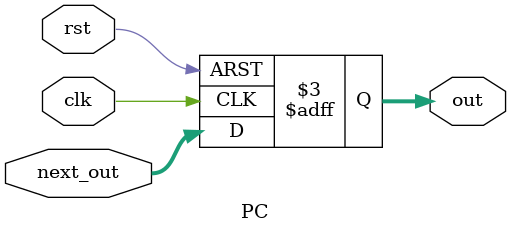
<source format=sv>
module PC(

    input logic clk,
    input logic rst,
    input logic [31:0]next_out, //PC'nin alacagi yeni deger , disarida ya 4 ile toplanir ya da dallanma varsa anlikla .

    output logic [31:0]out


);

always_ff@(posedge clk or negedge rst)begin

    if(!rst)begin
        out <= 0 ;

    end

    else begin
        
        out <= next_out ;

    end


end




endmodule
</source>
